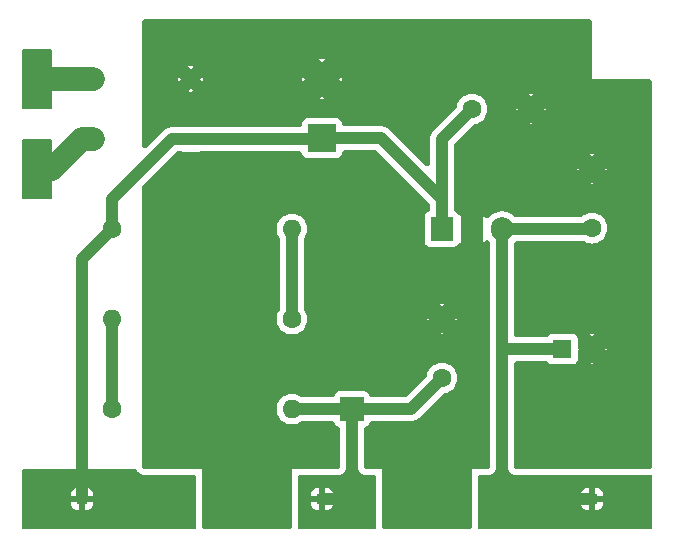
<source format=gbr>
%TF.GenerationSoftware,KiCad,Pcbnew,7.0.10*%
%TF.CreationDate,2024-02-08T23:12:59+01:00*%
%TF.ProjectId,dag-supply,6461672d-7375-4707-906c-792e6b696361,rev?*%
%TF.SameCoordinates,Original*%
%TF.FileFunction,Copper,L1,Top*%
%TF.FilePolarity,Positive*%
%FSLAX46Y46*%
G04 Gerber Fmt 4.6, Leading zero omitted, Abs format (unit mm)*
G04 Created by KiCad (PCBNEW 7.0.10) date 2024-02-08 23:12:59*
%MOMM*%
%LPD*%
G01*
G04 APERTURE LIST*
%TA.AperFunction,ComponentPad*%
%ADD10R,2.400000X2.400000*%
%TD*%
%TA.AperFunction,ComponentPad*%
%ADD11C,2.400000*%
%TD*%
%TA.AperFunction,ComponentPad*%
%ADD12C,1.600000*%
%TD*%
%TA.AperFunction,ComponentPad*%
%ADD13O,1.600000X1.600000*%
%TD*%
%TA.AperFunction,ComponentPad*%
%ADD14R,1.600000X1.600000*%
%TD*%
%TA.AperFunction,ComponentPad*%
%ADD15R,1.905000X2.000000*%
%TD*%
%TA.AperFunction,ComponentPad*%
%ADD16O,1.905000X2.000000*%
%TD*%
%TA.AperFunction,ComponentPad*%
%ADD17R,0.850000X0.850000*%
%TD*%
%TA.AperFunction,ComponentPad*%
%ADD18R,2.000000X2.000000*%
%TD*%
%TA.AperFunction,ComponentPad*%
%ADD19O,2.000000X2.000000*%
%TD*%
%TA.AperFunction,ComponentPad*%
%ADD20R,1.140000X1.140000*%
%TD*%
%TA.AperFunction,ComponentPad*%
%ADD21C,1.140000*%
%TD*%
%TA.AperFunction,ViaPad*%
%ADD22C,2.000000*%
%TD*%
%TA.AperFunction,Conductor*%
%ADD23C,1.000000*%
%TD*%
%TA.AperFunction,Conductor*%
%ADD24C,2.000000*%
%TD*%
G04 APERTURE END LIST*
D10*
%TO.P,C1,1*%
%TO.N,+12V*%
X73660000Y-53260000D03*
D11*
%TO.P,C1,2*%
%TO.N,GND*%
X73660000Y-48260000D03*
%TD*%
D12*
%TO.P,R3,1*%
%TO.N,Net-(R2-Pad2)*%
X55880000Y-76200000D03*
D13*
%TO.P,R3,2*%
%TO.N,+9V*%
X71120000Y-76200000D03*
%TD*%
D12*
%TO.P,C3,1*%
%TO.N,+5V*%
X96520000Y-60880000D03*
%TO.P,C3,2*%
%TO.N,GND*%
X96520000Y-55880000D03*
%TD*%
%TO.P,C5,1*%
%TO.N,+9V*%
X83820000Y-73580000D03*
%TO.P,C5,2*%
%TO.N,GND*%
X83820000Y-68580000D03*
%TD*%
D14*
%TO.P,C4,1*%
%TO.N,+5V*%
X94020000Y-71120000D03*
D12*
%TO.P,C4,2*%
%TO.N,GND*%
X96520000Y-71120000D03*
%TD*%
D15*
%TO.P,U1,1,VI*%
%TO.N,+12V*%
X83820000Y-60960000D03*
D16*
%TO.P,U1,2,GND*%
%TO.N,GND*%
X86360000Y-60960000D03*
%TO.P,U1,3,VO*%
%TO.N,+5V*%
X88900000Y-60960000D03*
%TD*%
D17*
%TO.P,J2,1,Pin_1*%
%TO.N,+5V*%
X96520000Y-83820000D03*
%TD*%
%TO.P,J1,1,Pin_1*%
%TO.N,+9V*%
X73660000Y-83820000D03*
%TD*%
D12*
%TO.P,C2,1*%
%TO.N,+12V*%
X86360000Y-50800000D03*
%TO.P,C2,2*%
%TO.N,GND*%
X91360000Y-50800000D03*
%TD*%
%TO.P,R2,1*%
%TO.N,Net-(R1-Pad2)*%
X71120000Y-68580000D03*
D13*
%TO.P,R2,2*%
%TO.N,Net-(R2-Pad2)*%
X55880000Y-68580000D03*
%TD*%
D18*
%TO.P,D1,1,K*%
%TO.N,+9V*%
X76200000Y-76200000D03*
D19*
%TO.P,D1,2,A*%
%TO.N,GND*%
X76200000Y-66040000D03*
%TD*%
D12*
%TO.P,R1,1*%
%TO.N,+12V*%
X55880000Y-60960000D03*
D13*
%TO.P,R1,2*%
%TO.N,Net-(R1-Pad2)*%
X71120000Y-60960000D03*
%TD*%
D17*
%TO.P,J3,1,Pin_1*%
%TO.N,+12V*%
X53340000Y-83820000D03*
%TD*%
D20*
%TO.P,BR1,1*%
%TO.N,+12V*%
X62545000Y-53350000D03*
D21*
%TO.P,BR1,2*%
%TO.N,GND*%
X62545000Y-48250000D03*
%TO.P,BR1,3*%
%TO.N,VAC*%
X54295000Y-48250000D03*
%TO.P,BR1,4*%
X54295000Y-53350000D03*
%TD*%
D22*
%TO.N,GND*%
X91440000Y-78740000D03*
X86360000Y-78740000D03*
%TD*%
D23*
%TO.N,+12V*%
X55880000Y-58420000D02*
X55880000Y-60960000D01*
X60950000Y-53350000D02*
X55880000Y-58420000D01*
X53340000Y-63500000D02*
X53340000Y-83820000D01*
X78660000Y-53260000D02*
X83820000Y-58420000D01*
X62545000Y-53350000D02*
X60950000Y-53350000D01*
X62545000Y-53350000D02*
X73570000Y-53350000D01*
X83820000Y-53340000D02*
X83820000Y-60960000D01*
X83820000Y-58420000D02*
X83820000Y-60960000D01*
X55880000Y-60960000D02*
X53340000Y-63500000D01*
X73570000Y-53350000D02*
X73660000Y-53260000D01*
X73660000Y-53260000D02*
X78660000Y-53260000D01*
X86360000Y-50800000D02*
X83820000Y-53340000D01*
D24*
%TO.N,VAC*%
X54295000Y-53350000D02*
X53330000Y-53350000D01*
X54295000Y-48250000D02*
X50810000Y-48250000D01*
X53330000Y-53350000D02*
X50800000Y-55880000D01*
D23*
X50810000Y-48250000D02*
X50800000Y-48260000D01*
%TO.N,Net-(R1-Pad2)*%
X71120000Y-68580000D02*
X71120000Y-60960000D01*
%TO.N,Net-(R2-Pad2)*%
X55880000Y-68580000D02*
X55880000Y-76200000D01*
%TO.N,+5V*%
X94020000Y-71120000D02*
X88900000Y-71120000D01*
X88900000Y-71120000D02*
X88900000Y-83820000D01*
X88900000Y-83820000D02*
X96520000Y-83820000D01*
X88900000Y-60960000D02*
X88900000Y-71120000D01*
X88900000Y-60960000D02*
X96440000Y-60960000D01*
X96440000Y-60960000D02*
X96520000Y-60880000D01*
%TO.N,+9V*%
X71120000Y-76200000D02*
X76200000Y-76200000D01*
X81200000Y-76200000D02*
X83820000Y-73580000D01*
X76200000Y-76200000D02*
X81200000Y-76200000D01*
X76200000Y-83820000D02*
X73660000Y-83820000D01*
X76200000Y-76200000D02*
X76200000Y-83820000D01*
%TD*%
%TA.AperFunction,Conductor*%
%TO.N,VAC*%
G36*
X50743039Y-45739685D02*
G01*
X50788794Y-45792489D01*
X50800000Y-45844000D01*
X50800000Y-50676000D01*
X50780315Y-50743039D01*
X50727511Y-50788794D01*
X50676000Y-50800000D01*
X48384000Y-50800000D01*
X48316961Y-50780315D01*
X48271206Y-50727511D01*
X48260000Y-50676000D01*
X48260000Y-45844000D01*
X48279685Y-45776961D01*
X48332489Y-45731206D01*
X48384000Y-45720000D01*
X50676000Y-45720000D01*
X50743039Y-45739685D01*
G37*
%TD.AperFunction*%
%TD*%
%TA.AperFunction,Conductor*%
%TO.N,+9V*%
G36*
X76727227Y-81299685D02*
G01*
X76772045Y-81350484D01*
X76776882Y-81360595D01*
X76799144Y-81407126D01*
X76853120Y-81487908D01*
X76885553Y-81531233D01*
X76992592Y-81627380D01*
X77052835Y-81667632D01*
X77073369Y-81681353D01*
X77073374Y-81681356D01*
X77119901Y-81708962D01*
X77119903Y-81708963D01*
X77119905Y-81708963D01*
X77119909Y-81708966D01*
X77255594Y-81756833D01*
X77350882Y-81775787D01*
X77449500Y-81785500D01*
X78110499Y-81785500D01*
X78177538Y-81805185D01*
X78223293Y-81857989D01*
X78234499Y-81909500D01*
X78234499Y-86110497D01*
X78244212Y-86209114D01*
X78244647Y-86211299D01*
X78244605Y-86211763D01*
X78244658Y-86212118D01*
X78244572Y-86212130D01*
X78238425Y-86280891D01*
X78195567Y-86336072D01*
X78129679Y-86359322D01*
X78123032Y-86359500D01*
X71736968Y-86359500D01*
X71669929Y-86339815D01*
X71624174Y-86287011D01*
X71614230Y-86217853D01*
X71615353Y-86211299D01*
X71615787Y-86209118D01*
X71625500Y-86110500D01*
X71625500Y-84070000D01*
X72735000Y-84070000D01*
X72735000Y-84292844D01*
X72741401Y-84352372D01*
X72741403Y-84352379D01*
X72791645Y-84487086D01*
X72791649Y-84487093D01*
X72877809Y-84602187D01*
X72877812Y-84602190D01*
X72992906Y-84688350D01*
X72992913Y-84688354D01*
X73127620Y-84738596D01*
X73127627Y-84738598D01*
X73187155Y-84744999D01*
X73187172Y-84745000D01*
X73410000Y-84745000D01*
X73410000Y-84070000D01*
X72735000Y-84070000D01*
X71625500Y-84070000D01*
X71625500Y-83820000D01*
X73405102Y-83820000D01*
X73424505Y-83917545D01*
X73479760Y-84000240D01*
X73562455Y-84055495D01*
X73635376Y-84070000D01*
X73684624Y-84070000D01*
X73910000Y-84070000D01*
X73910000Y-84745000D01*
X74132828Y-84745000D01*
X74132844Y-84744999D01*
X74192372Y-84738598D01*
X74192379Y-84738596D01*
X74327086Y-84688354D01*
X74327093Y-84688350D01*
X74442187Y-84602190D01*
X74442190Y-84602187D01*
X74528350Y-84487093D01*
X74528354Y-84487086D01*
X74578596Y-84352379D01*
X74578598Y-84352372D01*
X74584999Y-84292844D01*
X74585000Y-84292827D01*
X74585000Y-84070000D01*
X73910000Y-84070000D01*
X73684624Y-84070000D01*
X73757545Y-84055495D01*
X73840240Y-84000240D01*
X73895495Y-83917545D01*
X73914898Y-83820000D01*
X73895495Y-83722455D01*
X73840240Y-83639760D01*
X73757545Y-83584505D01*
X73684624Y-83570000D01*
X73635376Y-83570000D01*
X73562455Y-83584505D01*
X73479760Y-83639760D01*
X73424505Y-83722455D01*
X73405102Y-83820000D01*
X71625500Y-83820000D01*
X71625500Y-83570000D01*
X72735000Y-83570000D01*
X73410000Y-83570000D01*
X73410000Y-82895000D01*
X73910000Y-82895000D01*
X73910000Y-83570000D01*
X74585000Y-83570000D01*
X74585000Y-83347172D01*
X74584999Y-83347155D01*
X74578598Y-83287627D01*
X74578596Y-83287620D01*
X74528354Y-83152913D01*
X74528350Y-83152906D01*
X74442190Y-83037812D01*
X74442187Y-83037809D01*
X74327093Y-82951649D01*
X74327086Y-82951645D01*
X74192379Y-82901403D01*
X74192372Y-82901401D01*
X74132844Y-82895000D01*
X73910000Y-82895000D01*
X73410000Y-82895000D01*
X73187155Y-82895000D01*
X73127627Y-82901401D01*
X73127620Y-82901403D01*
X72992913Y-82951645D01*
X72992906Y-82951649D01*
X72877812Y-83037809D01*
X72877809Y-83037812D01*
X72791649Y-83152906D01*
X72791645Y-83152913D01*
X72741403Y-83287620D01*
X72741401Y-83287627D01*
X72735000Y-83347155D01*
X72735000Y-83570000D01*
X71625500Y-83570000D01*
X71625500Y-81909500D01*
X71645185Y-81842461D01*
X71697989Y-81796706D01*
X71749500Y-81785500D01*
X74950498Y-81785500D01*
X74950500Y-81785500D01*
X75049118Y-81775787D01*
X75144406Y-81756833D01*
X75196835Y-81743451D01*
X75326626Y-81681356D01*
X75407408Y-81627380D01*
X75450733Y-81594947D01*
X75546880Y-81487908D01*
X75600856Y-81407126D01*
X75628466Y-81360591D01*
X75628466Y-81360589D01*
X75631044Y-81355077D01*
X75632684Y-81355843D01*
X75668569Y-81306077D01*
X75733586Y-81280494D01*
X75744642Y-81280000D01*
X76660188Y-81280000D01*
X76727227Y-81299685D01*
G37*
%TD.AperFunction*%
%TD*%
%TA.AperFunction,Conductor*%
%TO.N,GND*%
G36*
X96366288Y-43199454D02*
G01*
X96447070Y-43253430D01*
X96501046Y-43334212D01*
X96520000Y-43429500D01*
X96520000Y-48260000D01*
X101350500Y-48260000D01*
X101445788Y-48278954D01*
X101526570Y-48332930D01*
X101580546Y-48413712D01*
X101599500Y-48509000D01*
X101599500Y-81031000D01*
X101580546Y-81126288D01*
X101526570Y-81207070D01*
X101445788Y-81261046D01*
X101350500Y-81280000D01*
X90149500Y-81280000D01*
X90054212Y-81261046D01*
X89973430Y-81207070D01*
X89919454Y-81126288D01*
X89900500Y-81031000D01*
X89900500Y-72369500D01*
X89919454Y-72274212D01*
X89973430Y-72193430D01*
X90054212Y-72139454D01*
X90149500Y-72120500D01*
X92620250Y-72120500D01*
X92715538Y-72139454D01*
X92796320Y-72193430D01*
X92819584Y-72220279D01*
X92860197Y-72274532D01*
X92862454Y-72277546D01*
X92977669Y-72363796D01*
X93112517Y-72414091D01*
X93172127Y-72420500D01*
X94867872Y-72420499D01*
X94927483Y-72414091D01*
X94935770Y-72411000D01*
X96360370Y-72411000D01*
X96519994Y-72424966D01*
X96520006Y-72424966D01*
X96679628Y-72411000D01*
X96519999Y-72251371D01*
X96360370Y-72410999D01*
X96360370Y-72411000D01*
X94935770Y-72411000D01*
X95062331Y-72363796D01*
X95177546Y-72277546D01*
X95263796Y-72162331D01*
X95314091Y-72027483D01*
X95320500Y-71967873D01*
X95320499Y-71291265D01*
X95339453Y-71195981D01*
X95388629Y-71122383D01*
X95388629Y-71120000D01*
X96115014Y-71120000D01*
X96134835Y-71245148D01*
X96192359Y-71358045D01*
X96281955Y-71447641D01*
X96394852Y-71505165D01*
X96488519Y-71520000D01*
X96551481Y-71520000D01*
X96645148Y-71505165D01*
X96758045Y-71447641D01*
X96847641Y-71358045D01*
X96905165Y-71245148D01*
X96924986Y-71120000D01*
X96924986Y-71119999D01*
X97651371Y-71119999D01*
X97811000Y-71279628D01*
X97824966Y-71120005D01*
X97824966Y-71119994D01*
X97811000Y-70960370D01*
X97810999Y-70960370D01*
X97651371Y-71119999D01*
X96924986Y-71119999D01*
X96905165Y-70994852D01*
X96847641Y-70881955D01*
X96758045Y-70792359D01*
X96645148Y-70734835D01*
X96551481Y-70720000D01*
X96488519Y-70720000D01*
X96394852Y-70734835D01*
X96281955Y-70792359D01*
X96192359Y-70881955D01*
X96134835Y-70994852D01*
X96115014Y-71120000D01*
X95388629Y-71120000D01*
X95388629Y-71117615D01*
X95339452Y-71044016D01*
X95320499Y-70948730D01*
X95320499Y-70272134D01*
X95320499Y-70272128D01*
X95314091Y-70212517D01*
X95263796Y-70077669D01*
X95177546Y-69962454D01*
X95062331Y-69876204D01*
X94935768Y-69828999D01*
X96360369Y-69828999D01*
X96520000Y-69988629D01*
X96520001Y-69988629D01*
X96679629Y-69828999D01*
X96519999Y-69815034D01*
X96360369Y-69828999D01*
X94935768Y-69828999D01*
X94927481Y-69825908D01*
X94867873Y-69819500D01*
X93172134Y-69819500D01*
X93172130Y-69819500D01*
X93172128Y-69819501D01*
X93159314Y-69820878D01*
X93112519Y-69825908D01*
X93112515Y-69825909D01*
X92977670Y-69876203D01*
X92862455Y-69962453D01*
X92862450Y-69962458D01*
X92819584Y-70019721D01*
X92747306Y-70084644D01*
X92655685Y-70116966D01*
X92620250Y-70119500D01*
X90149500Y-70119500D01*
X90054212Y-70100546D01*
X89973430Y-70046570D01*
X89919454Y-69965788D01*
X89900500Y-69870500D01*
X89900500Y-62209500D01*
X89919454Y-62114212D01*
X89973430Y-62033430D01*
X90054212Y-61979454D01*
X90149500Y-61960500D01*
X95717252Y-61960500D01*
X95812540Y-61979454D01*
X95860072Y-62005531D01*
X95867266Y-62010568D01*
X96073504Y-62106739D01*
X96293308Y-62165635D01*
X96312984Y-62167356D01*
X96519994Y-62185468D01*
X96520000Y-62185468D01*
X96520006Y-62185468D01*
X96699668Y-62169749D01*
X96746692Y-62165635D01*
X96966496Y-62106739D01*
X97172734Y-62010568D01*
X97359139Y-61880047D01*
X97520047Y-61719139D01*
X97650568Y-61532734D01*
X97746739Y-61326496D01*
X97805635Y-61106692D01*
X97815154Y-60997886D01*
X97825468Y-60880005D01*
X97825468Y-60879994D01*
X97805636Y-60653320D01*
X97805635Y-60653308D01*
X97746739Y-60433504D01*
X97650568Y-60227266D01*
X97650565Y-60227262D01*
X97650563Y-60227258D01*
X97520050Y-60040865D01*
X97520049Y-60040864D01*
X97520047Y-60040861D01*
X97359139Y-59879953D01*
X97359135Y-59879950D01*
X97359134Y-59879949D01*
X97172741Y-59749436D01*
X97172727Y-59749428D01*
X96966499Y-59653262D01*
X96966496Y-59653261D01*
X96746694Y-59594365D01*
X96746679Y-59594363D01*
X96520006Y-59574532D01*
X96519994Y-59574532D01*
X96293320Y-59594363D01*
X96293305Y-59594365D01*
X96073503Y-59653261D01*
X96073500Y-59653262D01*
X95867272Y-59749428D01*
X95867258Y-59749436D01*
X95680865Y-59879949D01*
X95680861Y-59879952D01*
X95680861Y-59879953D01*
X95674241Y-59886572D01*
X95593463Y-59940546D01*
X95498175Y-59959500D01*
X90106849Y-59959500D01*
X90011561Y-59940546D01*
X89930779Y-59886570D01*
X89923680Y-59879171D01*
X89887463Y-59839829D01*
X89887461Y-59839827D01*
X89887458Y-59839824D01*
X89697441Y-59691929D01*
X89485667Y-59577321D01*
X89351351Y-59531211D01*
X89257913Y-59499134D01*
X89257908Y-59499133D01*
X89020399Y-59459500D01*
X88779601Y-59459500D01*
X88542092Y-59499133D01*
X88542090Y-59499133D01*
X88314333Y-59577321D01*
X88314332Y-59577321D01*
X88102558Y-59691929D01*
X87912541Y-59839825D01*
X87912535Y-59839830D01*
X87812855Y-59948112D01*
X87734373Y-60005381D01*
X87639950Y-60028256D01*
X87543959Y-60013256D01*
X87461017Y-59962664D01*
X87446466Y-59948113D01*
X87347126Y-59840202D01*
X87347121Y-59840198D01*
X87312500Y-59813250D01*
X87312500Y-62106748D01*
X87347121Y-62079802D01*
X87347129Y-62079795D01*
X87446464Y-61971888D01*
X87524946Y-61914619D01*
X87619369Y-61891743D01*
X87715359Y-61906742D01*
X87798302Y-61957334D01*
X87812850Y-61971882D01*
X87833695Y-61994525D01*
X87884287Y-62077466D01*
X87899500Y-62163168D01*
X87899500Y-71088342D01*
X87899180Y-71100955D01*
X87895631Y-71170929D01*
X87895631Y-71170947D01*
X87896628Y-71177449D01*
X87899500Y-71215155D01*
X87899500Y-81031000D01*
X87880546Y-81126288D01*
X87826570Y-81207070D01*
X87745788Y-81261046D01*
X87650500Y-81280000D01*
X86360000Y-81280000D01*
X86360000Y-81280001D01*
X86360000Y-86110500D01*
X86341046Y-86205788D01*
X86287070Y-86286570D01*
X86206288Y-86340546D01*
X86111000Y-86359500D01*
X78989000Y-86359500D01*
X78893712Y-86340546D01*
X78812930Y-86286570D01*
X78758954Y-86205788D01*
X78740000Y-86110500D01*
X78740000Y-81280001D01*
X78740000Y-81280000D01*
X78739999Y-81280000D01*
X77449500Y-81280000D01*
X77354212Y-81261046D01*
X77273430Y-81207070D01*
X77219454Y-81126288D01*
X77200500Y-81031000D01*
X77200500Y-77906877D01*
X77219454Y-77811589D01*
X77273430Y-77730807D01*
X77354212Y-77676831D01*
X77362455Y-77673587D01*
X77442331Y-77643796D01*
X77557546Y-77557546D01*
X77643796Y-77442331D01*
X77673577Y-77362485D01*
X77673578Y-77362483D01*
X77724636Y-77279827D01*
X77803440Y-77223002D01*
X77897991Y-77200659D01*
X77906878Y-77200500D01*
X81184134Y-77200500D01*
X81190441Y-77200580D01*
X81276360Y-77202757D01*
X81276360Y-77202756D01*
X81276363Y-77202757D01*
X81329751Y-77193187D01*
X81348462Y-77190562D01*
X81402438Y-77185074D01*
X81423892Y-77178342D01*
X81454511Y-77170826D01*
X81476653Y-77166858D01*
X81527047Y-77146727D01*
X81544811Y-77140403D01*
X81596588Y-77124159D01*
X81616251Y-77113244D01*
X81644732Y-77099719D01*
X81647744Y-77098515D01*
X81665617Y-77091377D01*
X81710908Y-77061527D01*
X81727073Y-77051733D01*
X81774502Y-77025409D01*
X81791575Y-77010751D01*
X81816734Y-76991781D01*
X81835519Y-76979402D01*
X81873875Y-76941045D01*
X81887738Y-76928196D01*
X81928895Y-76892866D01*
X81942666Y-76875074D01*
X81963485Y-76851434D01*
X83875865Y-74939054D01*
X83956644Y-74885081D01*
X84030230Y-74867075D01*
X84046692Y-74865635D01*
X84266496Y-74806739D01*
X84472734Y-74710568D01*
X84659139Y-74580047D01*
X84820047Y-74419139D01*
X84950568Y-74232734D01*
X85046739Y-74026496D01*
X85105635Y-73806692D01*
X85125468Y-73580000D01*
X85125468Y-73579994D01*
X85105636Y-73353320D01*
X85105635Y-73353308D01*
X85046739Y-73133504D01*
X84950568Y-72927266D01*
X84950565Y-72927262D01*
X84950563Y-72927258D01*
X84820050Y-72740865D01*
X84820049Y-72740864D01*
X84820047Y-72740861D01*
X84659139Y-72579953D01*
X84659135Y-72579950D01*
X84659134Y-72579949D01*
X84472741Y-72449436D01*
X84472727Y-72449428D01*
X84266499Y-72353262D01*
X84266496Y-72353261D01*
X84046694Y-72294365D01*
X84046679Y-72294363D01*
X83820006Y-72274532D01*
X83819994Y-72274532D01*
X83593320Y-72294363D01*
X83593305Y-72294365D01*
X83373503Y-72353261D01*
X83373500Y-72353262D01*
X83167272Y-72449428D01*
X83167258Y-72449436D01*
X82980865Y-72579949D01*
X82819949Y-72740865D01*
X82689436Y-72927258D01*
X82689428Y-72927272D01*
X82593262Y-73133500D01*
X82593261Y-73133503D01*
X82534364Y-73353311D01*
X82534363Y-73353316D01*
X82532924Y-73369770D01*
X82505737Y-73463043D01*
X82460942Y-73524135D01*
X80858510Y-75126569D01*
X80777728Y-75180546D01*
X80682440Y-75199500D01*
X77906877Y-75199500D01*
X77811589Y-75180546D01*
X77730807Y-75126570D01*
X77676831Y-75045788D01*
X77673577Y-75037517D01*
X77643796Y-74957669D01*
X77557546Y-74842454D01*
X77442331Y-74756204D01*
X77362117Y-74726286D01*
X77307481Y-74705908D01*
X77247873Y-74699500D01*
X75152134Y-74699500D01*
X75152130Y-74699500D01*
X75152128Y-74699501D01*
X75139314Y-74700878D01*
X75092519Y-74705908D01*
X75092515Y-74705909D01*
X74957670Y-74756203D01*
X74890166Y-74806737D01*
X74842454Y-74842454D01*
X74788622Y-74914365D01*
X74756203Y-74957671D01*
X74726422Y-75037517D01*
X74675364Y-75120173D01*
X74596560Y-75176998D01*
X74502009Y-75199341D01*
X74493122Y-75199500D01*
X72037001Y-75199500D01*
X71941713Y-75180546D01*
X71894181Y-75154469D01*
X71772741Y-75069436D01*
X71772727Y-75069428D01*
X71566499Y-74973262D01*
X71566496Y-74973261D01*
X71346694Y-74914365D01*
X71346679Y-74914363D01*
X71120006Y-74894532D01*
X71119994Y-74894532D01*
X70893320Y-74914363D01*
X70893305Y-74914365D01*
X70673503Y-74973261D01*
X70673500Y-74973262D01*
X70467272Y-75069428D01*
X70467258Y-75069436D01*
X70280865Y-75199949D01*
X70119949Y-75360865D01*
X69989436Y-75547258D01*
X69989428Y-75547272D01*
X69893262Y-75753500D01*
X69893261Y-75753503D01*
X69834365Y-75973305D01*
X69834363Y-75973320D01*
X69814532Y-76199994D01*
X69814532Y-76200005D01*
X69834363Y-76426679D01*
X69834365Y-76426694D01*
X69893261Y-76646496D01*
X69893262Y-76646499D01*
X69989428Y-76852727D01*
X69989436Y-76852741D01*
X70119949Y-77039134D01*
X70119953Y-77039139D01*
X70280861Y-77200047D01*
X70280864Y-77200049D01*
X70280865Y-77200050D01*
X70467258Y-77330563D01*
X70467262Y-77330565D01*
X70467266Y-77330568D01*
X70673504Y-77426739D01*
X70893308Y-77485635D01*
X70912984Y-77487356D01*
X71119994Y-77505468D01*
X71120000Y-77505468D01*
X71120006Y-77505468D01*
X71299668Y-77489749D01*
X71346692Y-77485635D01*
X71566496Y-77426739D01*
X71772734Y-77330568D01*
X71805703Y-77307483D01*
X71894181Y-77245531D01*
X71983108Y-77206402D01*
X72037001Y-77200500D01*
X74493123Y-77200500D01*
X74588411Y-77219454D01*
X74669193Y-77273430D01*
X74723169Y-77354212D01*
X74726412Y-77362455D01*
X74741005Y-77401582D01*
X74756203Y-77442330D01*
X74756204Y-77442331D01*
X74842454Y-77557546D01*
X74957669Y-77643796D01*
X75037517Y-77673577D01*
X75120171Y-77724634D01*
X75176997Y-77803437D01*
X75199341Y-77897987D01*
X75199500Y-77906877D01*
X75199500Y-81031000D01*
X75180546Y-81126288D01*
X75126570Y-81207070D01*
X75045788Y-81261046D01*
X74950500Y-81280000D01*
X71120001Y-81280000D01*
X71120000Y-81280000D01*
X71120000Y-81280001D01*
X71120000Y-86110500D01*
X71101046Y-86205788D01*
X71047070Y-86286570D01*
X70966288Y-86340546D01*
X70871000Y-86359500D01*
X63749000Y-86359500D01*
X63653712Y-86340546D01*
X63572930Y-86286570D01*
X63518954Y-86205788D01*
X63500000Y-86110500D01*
X63500000Y-81280001D01*
X63500000Y-81280000D01*
X63499999Y-81280000D01*
X58669000Y-81280000D01*
X58573712Y-81261046D01*
X58492930Y-81207070D01*
X58438954Y-81126288D01*
X58420000Y-81031000D01*
X58420000Y-68580005D01*
X69814532Y-68580005D01*
X69834363Y-68806679D01*
X69834365Y-68806694D01*
X69893261Y-69026496D01*
X69893262Y-69026499D01*
X69989428Y-69232727D01*
X69989436Y-69232741D01*
X70119949Y-69419134D01*
X70119953Y-69419139D01*
X70280861Y-69580047D01*
X70280864Y-69580049D01*
X70280865Y-69580050D01*
X70467258Y-69710563D01*
X70467262Y-69710565D01*
X70467266Y-69710568D01*
X70673504Y-69806739D01*
X70893308Y-69865635D01*
X70912984Y-69867356D01*
X71119994Y-69885468D01*
X71120000Y-69885468D01*
X71120006Y-69885468D01*
X71285370Y-69871000D01*
X83660370Y-69871000D01*
X83819994Y-69884966D01*
X83820006Y-69884966D01*
X83979628Y-69871000D01*
X83819999Y-69711371D01*
X83660370Y-69870999D01*
X83660370Y-69871000D01*
X71285370Y-69871000D01*
X71299668Y-69869749D01*
X71346692Y-69865635D01*
X71566496Y-69806739D01*
X71772734Y-69710568D01*
X71959139Y-69580047D01*
X72120047Y-69419139D01*
X72250568Y-69232734D01*
X72346739Y-69026496D01*
X72405635Y-68806692D01*
X72425468Y-68580000D01*
X72425468Y-68579999D01*
X82515034Y-68579999D01*
X82528999Y-68739629D01*
X82688629Y-68580000D01*
X83415014Y-68580000D01*
X83434835Y-68705148D01*
X83492359Y-68818045D01*
X83581955Y-68907641D01*
X83694852Y-68965165D01*
X83788519Y-68980000D01*
X83851481Y-68980000D01*
X83945148Y-68965165D01*
X84058045Y-68907641D01*
X84147641Y-68818045D01*
X84205165Y-68705148D01*
X84224986Y-68580000D01*
X84224986Y-68579999D01*
X84951371Y-68579999D01*
X85111000Y-68739628D01*
X85124966Y-68580005D01*
X85124966Y-68579994D01*
X85111000Y-68420370D01*
X85110999Y-68420370D01*
X84951371Y-68579999D01*
X84224986Y-68579999D01*
X84205165Y-68454852D01*
X84147641Y-68341955D01*
X84058045Y-68252359D01*
X83945148Y-68194835D01*
X83851481Y-68180000D01*
X83788519Y-68180000D01*
X83694852Y-68194835D01*
X83581955Y-68252359D01*
X83492359Y-68341955D01*
X83434835Y-68454852D01*
X83415014Y-68580000D01*
X82688629Y-68580000D01*
X82688629Y-68579999D01*
X82528999Y-68420369D01*
X82515034Y-68579999D01*
X72425468Y-68579999D01*
X72425468Y-68579994D01*
X72405636Y-68353320D01*
X72405635Y-68353308D01*
X72346739Y-68133504D01*
X72250568Y-67927266D01*
X72165530Y-67805817D01*
X72126402Y-67716889D01*
X72120500Y-67662998D01*
X72120500Y-67288999D01*
X83660369Y-67288999D01*
X83820000Y-67448629D01*
X83820001Y-67448629D01*
X83979629Y-67288999D01*
X83819999Y-67275034D01*
X83660369Y-67288999D01*
X72120500Y-67288999D01*
X72120500Y-67040000D01*
X75081756Y-67040000D01*
X75180595Y-67147367D01*
X75199999Y-67162469D01*
X75200000Y-67162469D01*
X77200000Y-67162469D01*
X77219404Y-67147367D01*
X77318244Y-67040000D01*
X77200001Y-67040000D01*
X77200000Y-67040001D01*
X77200000Y-67162469D01*
X75200000Y-67162469D01*
X75200000Y-67040001D01*
X75199999Y-67040000D01*
X75081756Y-67040000D01*
X72120500Y-67040000D01*
X72120500Y-66111889D01*
X75700000Y-66111889D01*
X75740507Y-66249844D01*
X75818239Y-66370798D01*
X75926900Y-66464952D01*
X76057685Y-66524680D01*
X76164237Y-66540000D01*
X76235763Y-66540000D01*
X76342315Y-66524680D01*
X76473100Y-66464952D01*
X76581761Y-66370798D01*
X76659493Y-66249844D01*
X76700000Y-66111889D01*
X76700000Y-65968111D01*
X76659493Y-65830156D01*
X76581761Y-65709202D01*
X76473100Y-65615048D01*
X76342315Y-65555320D01*
X76235763Y-65540000D01*
X76164237Y-65540000D01*
X76057685Y-65555320D01*
X75926900Y-65615048D01*
X75818239Y-65709202D01*
X75740507Y-65830156D01*
X75700000Y-65968111D01*
X75700000Y-66111889D01*
X72120500Y-66111889D01*
X72120500Y-65040000D01*
X75081756Y-65040000D01*
X75199999Y-65040000D01*
X75200000Y-65039999D01*
X75200000Y-64917529D01*
X77200000Y-64917529D01*
X77200000Y-65039999D01*
X77200001Y-65040000D01*
X77318244Y-65040000D01*
X77318243Y-65039999D01*
X77219406Y-64932634D01*
X77219399Y-64932627D01*
X77200000Y-64917529D01*
X75200000Y-64917529D01*
X75199999Y-64917529D01*
X75180600Y-64932627D01*
X75180593Y-64932634D01*
X75081756Y-65039999D01*
X75081756Y-65040000D01*
X72120500Y-65040000D01*
X72120500Y-61877000D01*
X72139454Y-61781712D01*
X72165527Y-61734185D01*
X72250568Y-61612734D01*
X72346739Y-61406496D01*
X72405635Y-61186692D01*
X72416054Y-61067600D01*
X72425468Y-60960005D01*
X72425468Y-60959994D01*
X72405636Y-60733320D01*
X72405635Y-60733308D01*
X72346739Y-60513504D01*
X72250568Y-60307266D01*
X72250565Y-60307262D01*
X72250563Y-60307258D01*
X72120050Y-60120865D01*
X72120049Y-60120864D01*
X72120047Y-60120861D01*
X71959139Y-59959953D01*
X71959135Y-59959950D01*
X71959134Y-59959949D01*
X71772741Y-59829436D01*
X71772727Y-59829428D01*
X71566499Y-59733262D01*
X71566496Y-59733261D01*
X71346694Y-59674365D01*
X71346679Y-59674363D01*
X71120006Y-59654532D01*
X71119994Y-59654532D01*
X70893320Y-59674363D01*
X70893305Y-59674365D01*
X70673503Y-59733261D01*
X70673500Y-59733262D01*
X70467272Y-59829428D01*
X70467258Y-59829436D01*
X70280865Y-59959949D01*
X70119949Y-60120865D01*
X69989436Y-60307258D01*
X69989428Y-60307272D01*
X69893262Y-60513500D01*
X69893261Y-60513503D01*
X69834365Y-60733305D01*
X69834363Y-60733320D01*
X69814532Y-60959994D01*
X69814532Y-60960005D01*
X69834363Y-61186679D01*
X69834365Y-61186694D01*
X69893261Y-61406496D01*
X69893262Y-61406499D01*
X69989428Y-61612727D01*
X69989432Y-61612735D01*
X70023479Y-61661359D01*
X70074470Y-61734183D01*
X70113598Y-61823106D01*
X70119500Y-61877000D01*
X70119500Y-67662998D01*
X70100546Y-67758286D01*
X70074470Y-67805817D01*
X69989433Y-67927264D01*
X69989427Y-67927274D01*
X69893262Y-68133500D01*
X69893261Y-68133503D01*
X69834365Y-68353305D01*
X69834363Y-68353320D01*
X69814532Y-68579994D01*
X69814532Y-68580005D01*
X58420000Y-68580005D01*
X58420000Y-57398061D01*
X58438954Y-57302773D01*
X58492930Y-57221991D01*
X61291491Y-54423430D01*
X61372273Y-54369454D01*
X61467561Y-54350500D01*
X61652097Y-54350500D01*
X61739110Y-54366198D01*
X61867517Y-54414091D01*
X61927127Y-54420500D01*
X63162872Y-54420499D01*
X63222483Y-54414091D01*
X63350888Y-54366198D01*
X63437903Y-54350500D01*
X71718916Y-54350500D01*
X71814204Y-54369454D01*
X71894986Y-54423430D01*
X71948962Y-54504212D01*
X71961302Y-54552560D01*
X71962326Y-54552319D01*
X71965909Y-54567483D01*
X72016204Y-54702331D01*
X72102454Y-54817546D01*
X72217669Y-54903796D01*
X72352517Y-54954091D01*
X72412127Y-54960500D01*
X74907872Y-54960499D01*
X74967483Y-54954091D01*
X75102331Y-54903796D01*
X75217546Y-54817546D01*
X75303796Y-54702331D01*
X75354091Y-54567483D01*
X75360500Y-54507873D01*
X75360500Y-54507857D01*
X75360857Y-54501212D01*
X75362134Y-54501280D01*
X75379454Y-54414212D01*
X75433430Y-54333430D01*
X75514212Y-54279454D01*
X75609500Y-54260500D01*
X78142439Y-54260500D01*
X78237727Y-54279454D01*
X78318509Y-54333430D01*
X82746570Y-58761490D01*
X82800546Y-58842272D01*
X82819500Y-58937560D01*
X82819500Y-59270838D01*
X82800546Y-59366126D01*
X82746570Y-59446908D01*
X82665788Y-59500884D01*
X82657519Y-59504137D01*
X82625172Y-59516202D01*
X82509955Y-59602453D01*
X82509953Y-59602455D01*
X82423704Y-59717669D01*
X82373408Y-59852518D01*
X82367000Y-59912123D01*
X82367000Y-62007865D01*
X82367000Y-62007868D01*
X82367001Y-62007872D01*
X82367291Y-62010568D01*
X82373408Y-62067480D01*
X82373409Y-62067484D01*
X82423703Y-62202329D01*
X82423704Y-62202331D01*
X82509954Y-62317546D01*
X82625169Y-62403796D01*
X82760017Y-62454091D01*
X82819627Y-62460500D01*
X84820372Y-62460499D01*
X84879983Y-62454091D01*
X85014831Y-62403796D01*
X85130046Y-62317546D01*
X85182783Y-62247097D01*
X85255059Y-62182176D01*
X85272756Y-62172621D01*
X85407500Y-62106748D01*
X85407500Y-60997886D01*
X85806123Y-60997886D01*
X85836884Y-61145915D01*
X85906442Y-61280156D01*
X86009638Y-61390652D01*
X86138819Y-61469209D01*
X86284404Y-61510000D01*
X86397622Y-61510000D01*
X86509783Y-61494584D01*
X86648458Y-61434349D01*
X86765739Y-61338934D01*
X86852928Y-61215415D01*
X86903559Y-61072953D01*
X86913877Y-60922114D01*
X86883116Y-60774085D01*
X86813558Y-60639844D01*
X86710362Y-60529348D01*
X86581181Y-60450791D01*
X86435596Y-60410000D01*
X86322378Y-60410000D01*
X86210217Y-60425416D01*
X86071542Y-60485651D01*
X85954261Y-60581066D01*
X85867072Y-60704585D01*
X85816441Y-60847047D01*
X85806123Y-60997886D01*
X85407500Y-60997886D01*
X85407500Y-59813249D01*
X85272756Y-59747378D01*
X85195474Y-59688500D01*
X85182781Y-59672899D01*
X85169031Y-59654532D01*
X85130046Y-59602454D01*
X85014831Y-59516204D01*
X85014828Y-59516203D01*
X85014827Y-59516202D01*
X84982481Y-59504137D01*
X84899825Y-59453078D01*
X84843000Y-59374274D01*
X84820659Y-59279723D01*
X84820500Y-59270838D01*
X84820500Y-58435864D01*
X84820580Y-58429557D01*
X84822757Y-58343640D01*
X84821798Y-58331049D01*
X84822463Y-58330998D01*
X84820500Y-58308908D01*
X84820500Y-57171000D01*
X96360370Y-57171000D01*
X96519994Y-57184966D01*
X96520006Y-57184966D01*
X96679628Y-57171000D01*
X96519999Y-57011371D01*
X96360370Y-57170999D01*
X96360370Y-57171000D01*
X84820500Y-57171000D01*
X84820500Y-55879999D01*
X95215034Y-55879999D01*
X95228999Y-56039629D01*
X95388629Y-55880000D01*
X96115014Y-55880000D01*
X96134835Y-56005148D01*
X96192359Y-56118045D01*
X96281955Y-56207641D01*
X96394852Y-56265165D01*
X96488519Y-56280000D01*
X96551481Y-56280000D01*
X96645148Y-56265165D01*
X96758045Y-56207641D01*
X96847641Y-56118045D01*
X96905165Y-56005148D01*
X96924986Y-55880000D01*
X96924986Y-55879999D01*
X97651371Y-55879999D01*
X97811000Y-56039628D01*
X97824966Y-55880005D01*
X97824966Y-55879994D01*
X97811000Y-55720370D01*
X97810999Y-55720370D01*
X97651371Y-55879999D01*
X96924986Y-55879999D01*
X96905165Y-55754852D01*
X96847641Y-55641955D01*
X96758045Y-55552359D01*
X96645148Y-55494835D01*
X96551481Y-55480000D01*
X96488519Y-55480000D01*
X96394852Y-55494835D01*
X96281955Y-55552359D01*
X96192359Y-55641955D01*
X96134835Y-55754852D01*
X96115014Y-55880000D01*
X95388629Y-55880000D01*
X95388629Y-55879999D01*
X95228999Y-55720369D01*
X95215034Y-55879999D01*
X84820500Y-55879999D01*
X84820500Y-54588999D01*
X96360369Y-54588999D01*
X96520000Y-54748629D01*
X96520001Y-54748629D01*
X96679629Y-54588999D01*
X96519999Y-54575034D01*
X96360369Y-54588999D01*
X84820500Y-54588999D01*
X84820500Y-53857560D01*
X84839454Y-53762272D01*
X84893428Y-53681492D01*
X86415865Y-52159054D01*
X86496644Y-52105081D01*
X86554190Y-52091000D01*
X91200370Y-52091000D01*
X91359994Y-52104966D01*
X91360006Y-52104966D01*
X91519628Y-52091000D01*
X91359999Y-51931371D01*
X91200370Y-52090999D01*
X91200370Y-52091000D01*
X86554190Y-52091000D01*
X86570230Y-52087075D01*
X86586692Y-52085635D01*
X86806496Y-52026739D01*
X87012734Y-51930568D01*
X87199139Y-51800047D01*
X87360047Y-51639139D01*
X87490568Y-51452734D01*
X87586739Y-51246496D01*
X87645635Y-51026692D01*
X87665468Y-50800000D01*
X87665468Y-50799999D01*
X90055034Y-50799999D01*
X90068999Y-50959629D01*
X90228629Y-50800000D01*
X90955014Y-50800000D01*
X90974835Y-50925148D01*
X91032359Y-51038045D01*
X91121955Y-51127641D01*
X91234852Y-51185165D01*
X91328519Y-51200000D01*
X91391481Y-51200000D01*
X91485148Y-51185165D01*
X91598045Y-51127641D01*
X91687641Y-51038045D01*
X91745165Y-50925148D01*
X91764986Y-50800000D01*
X91764986Y-50799999D01*
X92491371Y-50799999D01*
X92651000Y-50959628D01*
X92664966Y-50800005D01*
X92664966Y-50799994D01*
X92651000Y-50640370D01*
X92650999Y-50640370D01*
X92491371Y-50799999D01*
X91764986Y-50799999D01*
X91745165Y-50674852D01*
X91687641Y-50561955D01*
X91598045Y-50472359D01*
X91485148Y-50414835D01*
X91391481Y-50400000D01*
X91328519Y-50400000D01*
X91234852Y-50414835D01*
X91121955Y-50472359D01*
X91032359Y-50561955D01*
X90974835Y-50674852D01*
X90955014Y-50800000D01*
X90228629Y-50800000D01*
X90228629Y-50799999D01*
X90068999Y-50640369D01*
X90055034Y-50799999D01*
X87665468Y-50799999D01*
X87665468Y-50799994D01*
X87645636Y-50573320D01*
X87645635Y-50573308D01*
X87586739Y-50353504D01*
X87490568Y-50147266D01*
X87490565Y-50147262D01*
X87490563Y-50147258D01*
X87360050Y-49960865D01*
X87360049Y-49960864D01*
X87360047Y-49960861D01*
X87199139Y-49799953D01*
X87199135Y-49799950D01*
X87199134Y-49799949D01*
X87012741Y-49669436D01*
X87012727Y-49669428D01*
X86806499Y-49573262D01*
X86806496Y-49573261D01*
X86586694Y-49514365D01*
X86586679Y-49514363D01*
X86525367Y-49508999D01*
X91200369Y-49508999D01*
X91360000Y-49668629D01*
X91360001Y-49668629D01*
X91519629Y-49508999D01*
X91359999Y-49495034D01*
X91200369Y-49508999D01*
X86525367Y-49508999D01*
X86360006Y-49494532D01*
X86359994Y-49494532D01*
X86133320Y-49514363D01*
X86133305Y-49514365D01*
X85913503Y-49573261D01*
X85913500Y-49573262D01*
X85707272Y-49669428D01*
X85707258Y-49669436D01*
X85520865Y-49799949D01*
X85359949Y-49960865D01*
X85229436Y-50147258D01*
X85229428Y-50147272D01*
X85133262Y-50353500D01*
X85133261Y-50353503D01*
X85074364Y-50573311D01*
X85074363Y-50573315D01*
X85072924Y-50589770D01*
X85045736Y-50683043D01*
X85000942Y-50744135D01*
X83123736Y-52621341D01*
X83119223Y-52625740D01*
X83056952Y-52684935D01*
X83056948Y-52684940D01*
X83025962Y-52729458D01*
X83014575Y-52744559D01*
X82980305Y-52786588D01*
X82980299Y-52786597D01*
X82969879Y-52806544D01*
X82953556Y-52833486D01*
X82940707Y-52851947D01*
X82940702Y-52851956D01*
X82919315Y-52901792D01*
X82911203Y-52918874D01*
X82886091Y-52966948D01*
X82879905Y-52988570D01*
X82869336Y-53018256D01*
X82860459Y-53038943D01*
X82860458Y-53038944D01*
X82849541Y-53092067D01*
X82845033Y-53110437D01*
X82830113Y-53162581D01*
X82830111Y-53162591D01*
X82828402Y-53185028D01*
X82824028Y-53216219D01*
X82819500Y-53238259D01*
X82819500Y-53292490D01*
X82818781Y-53311397D01*
X82814663Y-53365474D01*
X82814663Y-53365475D01*
X82817505Y-53387792D01*
X82819500Y-53419248D01*
X82819500Y-55403439D01*
X82800546Y-55498727D01*
X82746570Y-55579509D01*
X82665788Y-55633485D01*
X82570500Y-55652439D01*
X82475212Y-55633485D01*
X82394430Y-55579509D01*
X79378662Y-52563742D01*
X79374258Y-52559224D01*
X79315058Y-52496945D01*
X79270545Y-52465964D01*
X79255435Y-52454571D01*
X79213414Y-52420307D01*
X79213409Y-52420303D01*
X79213407Y-52420302D01*
X79213404Y-52420300D01*
X79213402Y-52420299D01*
X79193460Y-52409882D01*
X79166509Y-52393553D01*
X79148055Y-52380709D01*
X79148053Y-52380708D01*
X79148049Y-52380705D01*
X79137987Y-52376387D01*
X79098202Y-52359313D01*
X79081116Y-52351199D01*
X79077863Y-52349500D01*
X79033049Y-52326091D01*
X79033048Y-52326090D01*
X79033047Y-52326090D01*
X79011421Y-52319902D01*
X78981735Y-52309333D01*
X78961054Y-52300458D01*
X78907924Y-52289539D01*
X78889555Y-52285030D01*
X78837422Y-52270113D01*
X78814979Y-52268404D01*
X78783773Y-52264027D01*
X78761741Y-52259500D01*
X78707509Y-52259500D01*
X78688603Y-52258781D01*
X78663495Y-52256869D01*
X78634525Y-52254663D01*
X78634524Y-52254663D01*
X78612208Y-52257505D01*
X78580752Y-52259500D01*
X75609499Y-52259500D01*
X75514211Y-52240546D01*
X75433429Y-52186570D01*
X75379453Y-52105788D01*
X75362134Y-52018723D01*
X75360856Y-52018792D01*
X75360499Y-52012148D01*
X75360499Y-52012128D01*
X75354091Y-51952517D01*
X75303796Y-51817669D01*
X75217546Y-51702454D01*
X75102331Y-51616204D01*
X75022117Y-51586286D01*
X74967481Y-51565908D01*
X74907873Y-51559500D01*
X72412134Y-51559500D01*
X72412130Y-51559500D01*
X72412128Y-51559501D01*
X72399314Y-51560878D01*
X72352519Y-51565908D01*
X72352515Y-51565909D01*
X72217670Y-51616203D01*
X72102455Y-51702453D01*
X72102453Y-51702455D01*
X72016204Y-51817669D01*
X71965908Y-51952518D01*
X71959500Y-52012123D01*
X71959500Y-52100500D01*
X71940546Y-52195788D01*
X71886570Y-52276570D01*
X71805788Y-52330546D01*
X71710500Y-52349500D01*
X63437903Y-52349500D01*
X63350889Y-52333801D01*
X63232216Y-52289539D01*
X63222481Y-52285908D01*
X63162873Y-52279500D01*
X61927134Y-52279500D01*
X61927130Y-52279500D01*
X61927128Y-52279501D01*
X61914314Y-52280878D01*
X61867519Y-52285908D01*
X61867515Y-52285909D01*
X61739112Y-52333801D01*
X61652097Y-52349500D01*
X60965866Y-52349500D01*
X60959559Y-52349420D01*
X60873641Y-52347242D01*
X60873637Y-52347243D01*
X60820241Y-52356812D01*
X60801516Y-52359438D01*
X60747564Y-52364925D01*
X60747554Y-52364927D01*
X60726079Y-52371664D01*
X60695491Y-52379172D01*
X60673347Y-52383141D01*
X60622965Y-52403265D01*
X60605153Y-52409606D01*
X60553411Y-52425841D01*
X60533750Y-52436754D01*
X60505286Y-52450272D01*
X60484384Y-52458621D01*
X60484371Y-52458628D01*
X60439087Y-52488472D01*
X60422918Y-52498269D01*
X60375497Y-52524591D01*
X60375494Y-52524594D01*
X60358416Y-52539254D01*
X60333267Y-52558217D01*
X60314479Y-52570600D01*
X60314477Y-52570602D01*
X60276120Y-52608957D01*
X60262252Y-52621809D01*
X60221104Y-52657134D01*
X60207330Y-52674928D01*
X60186504Y-52698574D01*
X58845070Y-54040009D01*
X58764288Y-54093985D01*
X58669000Y-54112939D01*
X58573712Y-54093985D01*
X58492930Y-54040009D01*
X58438954Y-53959227D01*
X58420000Y-53863939D01*
X58420000Y-49939252D01*
X73394960Y-49939252D01*
X73532608Y-49960000D01*
X73787392Y-49960000D01*
X73925037Y-49939252D01*
X73659999Y-49674214D01*
X73394960Y-49939252D01*
X58420000Y-49939252D01*
X58420000Y-49295519D01*
X62305580Y-49295519D01*
X62305581Y-49295520D01*
X62335242Y-49304517D01*
X62335244Y-49304518D01*
X62545000Y-49325176D01*
X62754756Y-49304518D01*
X62754758Y-49304517D01*
X62784417Y-49295520D01*
X62544999Y-49056102D01*
X62305580Y-49295519D01*
X58420000Y-49295519D01*
X58420000Y-48250000D01*
X61469823Y-48250000D01*
X61490481Y-48459752D01*
X61490484Y-48459767D01*
X61499478Y-48489418D01*
X61738897Y-48250000D01*
X62145076Y-48250000D01*
X62164650Y-48373583D01*
X62221455Y-48485069D01*
X62309931Y-48573545D01*
X62421417Y-48630350D01*
X62513912Y-48645000D01*
X62576088Y-48645000D01*
X62668583Y-48630350D01*
X62780069Y-48573545D01*
X62868545Y-48485069D01*
X62925350Y-48373583D01*
X62944924Y-48250000D01*
X62944924Y-48249999D01*
X63351102Y-48249999D01*
X63590520Y-48489417D01*
X63599517Y-48459758D01*
X63599518Y-48459756D01*
X63619191Y-48260000D01*
X71955233Y-48260000D01*
X71974273Y-48514076D01*
X71974274Y-48514080D01*
X71977512Y-48528272D01*
X72245785Y-48260000D01*
X73054823Y-48260000D01*
X73075444Y-48416631D01*
X73135901Y-48562588D01*
X73232075Y-48687925D01*
X73357412Y-48784099D01*
X73503369Y-48844556D01*
X73620677Y-48860000D01*
X73699323Y-48860000D01*
X73816631Y-48844556D01*
X73962588Y-48784099D01*
X74087925Y-48687925D01*
X74184099Y-48562589D01*
X74244556Y-48416631D01*
X74265177Y-48260000D01*
X74265177Y-48259999D01*
X75074214Y-48259999D01*
X75342487Y-48528272D01*
X75345724Y-48514085D01*
X75364766Y-48259999D01*
X75345726Y-48005917D01*
X75342487Y-47991725D01*
X75074214Y-48259999D01*
X74265177Y-48259999D01*
X74244556Y-48103369D01*
X74184099Y-47957412D01*
X74087925Y-47832075D01*
X73962588Y-47735901D01*
X73816631Y-47675444D01*
X73699323Y-47660000D01*
X73620677Y-47660000D01*
X73503369Y-47675444D01*
X73357412Y-47735901D01*
X73232075Y-47832075D01*
X73135901Y-47957411D01*
X73075444Y-48103369D01*
X73054823Y-48260000D01*
X72245785Y-48260000D01*
X71977511Y-47991726D01*
X71974274Y-48005918D01*
X71955233Y-48260000D01*
X63619191Y-48260000D01*
X63620176Y-48250000D01*
X63599518Y-48040244D01*
X63599517Y-48040242D01*
X63590520Y-48010581D01*
X63590519Y-48010580D01*
X63351102Y-48249999D01*
X62944924Y-48249999D01*
X62925350Y-48126417D01*
X62868545Y-48014931D01*
X62780069Y-47926455D01*
X62668583Y-47869650D01*
X62576088Y-47855000D01*
X62513912Y-47855000D01*
X62421417Y-47869650D01*
X62309931Y-47926455D01*
X62221455Y-48014931D01*
X62164650Y-48126417D01*
X62145076Y-48250000D01*
X61738897Y-48250000D01*
X61499479Y-48010582D01*
X61490482Y-48040243D01*
X61469823Y-48250000D01*
X58420000Y-48250000D01*
X58420000Y-47204479D01*
X62305582Y-47204479D01*
X62545000Y-47443897D01*
X62784418Y-47204478D01*
X62754767Y-47195484D01*
X62754752Y-47195481D01*
X62545000Y-47174823D01*
X62335243Y-47195482D01*
X62305582Y-47204479D01*
X58420000Y-47204479D01*
X58420000Y-46580745D01*
X73394960Y-46580745D01*
X73660000Y-46845785D01*
X73925039Y-46580745D01*
X73787399Y-46560000D01*
X73532600Y-46560000D01*
X73394960Y-46580745D01*
X58420000Y-46580745D01*
X58420000Y-43429500D01*
X58438954Y-43334212D01*
X58492930Y-43253430D01*
X58573712Y-43199454D01*
X58669000Y-43180500D01*
X96271000Y-43180500D01*
X96366288Y-43199454D01*
G37*
%TD.AperFunction*%
%TD*%
%TA.AperFunction,Conductor*%
%TO.N,VAC*%
G36*
X50743039Y-53359685D02*
G01*
X50788794Y-53412489D01*
X50800000Y-53464000D01*
X50800000Y-58296000D01*
X50780315Y-58363039D01*
X50727511Y-58408794D01*
X50676000Y-58420000D01*
X48384000Y-58420000D01*
X48316961Y-58400315D01*
X48271206Y-58347511D01*
X48260000Y-58296000D01*
X48260000Y-53464000D01*
X48279685Y-53396961D01*
X48332489Y-53351206D01*
X48384000Y-53340000D01*
X50676000Y-53340000D01*
X50743039Y-53359685D01*
G37*
%TD.AperFunction*%
%TD*%
%TA.AperFunction,Conductor*%
%TO.N,+5V*%
G36*
X89427227Y-81299685D02*
G01*
X89472045Y-81350484D01*
X89476882Y-81360595D01*
X89499144Y-81407126D01*
X89553120Y-81487908D01*
X89585553Y-81531233D01*
X89692592Y-81627380D01*
X89752835Y-81667632D01*
X89773369Y-81681353D01*
X89773374Y-81681356D01*
X89819901Y-81708962D01*
X89819903Y-81708963D01*
X89819905Y-81708963D01*
X89819909Y-81708966D01*
X89955594Y-81756833D01*
X90050882Y-81775787D01*
X90149500Y-81785500D01*
X90149502Y-81785500D01*
X101350498Y-81785500D01*
X101350500Y-81785500D01*
X101449118Y-81775787D01*
X101451299Y-81775353D01*
X101451763Y-81775394D01*
X101452118Y-81775342D01*
X101452130Y-81775427D01*
X101520891Y-81781575D01*
X101576072Y-81824433D01*
X101599322Y-81890321D01*
X101599500Y-81896968D01*
X101599500Y-86235500D01*
X101579815Y-86302539D01*
X101527011Y-86348294D01*
X101475500Y-86359500D01*
X86976968Y-86359500D01*
X86909929Y-86339815D01*
X86864174Y-86287011D01*
X86854230Y-86217853D01*
X86855353Y-86211299D01*
X86855787Y-86209118D01*
X86865500Y-86110500D01*
X86865500Y-84070000D01*
X95595000Y-84070000D01*
X95595000Y-84292844D01*
X95601401Y-84352372D01*
X95601403Y-84352379D01*
X95651645Y-84487086D01*
X95651649Y-84487093D01*
X95737809Y-84602187D01*
X95737812Y-84602190D01*
X95852906Y-84688350D01*
X95852913Y-84688354D01*
X95987620Y-84738596D01*
X95987627Y-84738598D01*
X96047155Y-84744999D01*
X96047172Y-84745000D01*
X96270000Y-84745000D01*
X96270000Y-84070000D01*
X95595000Y-84070000D01*
X86865500Y-84070000D01*
X86865500Y-83820000D01*
X96265102Y-83820000D01*
X96284505Y-83917545D01*
X96339760Y-84000240D01*
X96422455Y-84055495D01*
X96495376Y-84070000D01*
X96544624Y-84070000D01*
X96770000Y-84070000D01*
X96770000Y-84745000D01*
X96992828Y-84745000D01*
X96992844Y-84744999D01*
X97052372Y-84738598D01*
X97052379Y-84738596D01*
X97187086Y-84688354D01*
X97187093Y-84688350D01*
X97302187Y-84602190D01*
X97302190Y-84602187D01*
X97388350Y-84487093D01*
X97388354Y-84487086D01*
X97438596Y-84352379D01*
X97438598Y-84352372D01*
X97444999Y-84292844D01*
X97445000Y-84292827D01*
X97445000Y-84070000D01*
X96770000Y-84070000D01*
X96544624Y-84070000D01*
X96617545Y-84055495D01*
X96700240Y-84000240D01*
X96755495Y-83917545D01*
X96774898Y-83820000D01*
X96755495Y-83722455D01*
X96700240Y-83639760D01*
X96617545Y-83584505D01*
X96544624Y-83570000D01*
X96495376Y-83570000D01*
X96422455Y-83584505D01*
X96339760Y-83639760D01*
X96284505Y-83722455D01*
X96265102Y-83820000D01*
X86865500Y-83820000D01*
X86865500Y-83570000D01*
X95595000Y-83570000D01*
X96270000Y-83570000D01*
X96270000Y-82895000D01*
X96770000Y-82895000D01*
X96770000Y-83570000D01*
X97445000Y-83570000D01*
X97445000Y-83347172D01*
X97444999Y-83347155D01*
X97438598Y-83287627D01*
X97438596Y-83287620D01*
X97388354Y-83152913D01*
X97388350Y-83152906D01*
X97302190Y-83037812D01*
X97302187Y-83037809D01*
X97187093Y-82951649D01*
X97187086Y-82951645D01*
X97052379Y-82901403D01*
X97052372Y-82901401D01*
X96992844Y-82895000D01*
X96770000Y-82895000D01*
X96270000Y-82895000D01*
X96047155Y-82895000D01*
X95987627Y-82901401D01*
X95987620Y-82901403D01*
X95852913Y-82951645D01*
X95852906Y-82951649D01*
X95737812Y-83037809D01*
X95737809Y-83037812D01*
X95651649Y-83152906D01*
X95651645Y-83152913D01*
X95601403Y-83287620D01*
X95601401Y-83287627D01*
X95595000Y-83347155D01*
X95595000Y-83570000D01*
X86865500Y-83570000D01*
X86865500Y-81909500D01*
X86885185Y-81842461D01*
X86937989Y-81796706D01*
X86989500Y-81785500D01*
X87650498Y-81785500D01*
X87650500Y-81785500D01*
X87749118Y-81775787D01*
X87844406Y-81756833D01*
X87896835Y-81743451D01*
X88026626Y-81681356D01*
X88107408Y-81627380D01*
X88150733Y-81594947D01*
X88246880Y-81487908D01*
X88300856Y-81407126D01*
X88328466Y-81360591D01*
X88328466Y-81360589D01*
X88331044Y-81355077D01*
X88332684Y-81355843D01*
X88368569Y-81306077D01*
X88433586Y-81280494D01*
X88444642Y-81280000D01*
X89360188Y-81280000D01*
X89427227Y-81299685D01*
G37*
%TD.AperFunction*%
%TD*%
%TA.AperFunction,Conductor*%
%TO.N,+12V*%
G36*
X57946727Y-81299685D02*
G01*
X57991545Y-81350484D01*
X58017148Y-81404000D01*
X58018644Y-81407126D01*
X58072620Y-81487908D01*
X58105053Y-81531233D01*
X58212092Y-81627380D01*
X58272335Y-81667632D01*
X58292869Y-81681353D01*
X58292874Y-81681356D01*
X58339401Y-81708962D01*
X58339403Y-81708963D01*
X58339405Y-81708963D01*
X58339409Y-81708966D01*
X58475094Y-81756833D01*
X58570382Y-81775787D01*
X58669000Y-81785500D01*
X62870499Y-81785500D01*
X62937538Y-81805185D01*
X62983293Y-81857989D01*
X62994499Y-81909500D01*
X62994499Y-86110497D01*
X63004212Y-86209114D01*
X63004647Y-86211299D01*
X63004605Y-86211763D01*
X63004658Y-86212118D01*
X63004572Y-86212130D01*
X62998425Y-86280891D01*
X62955567Y-86336072D01*
X62889679Y-86359322D01*
X62883032Y-86359500D01*
X48384000Y-86359500D01*
X48316961Y-86339815D01*
X48271206Y-86287011D01*
X48260000Y-86235500D01*
X48260000Y-84070000D01*
X52415000Y-84070000D01*
X52415000Y-84292844D01*
X52421401Y-84352372D01*
X52421403Y-84352379D01*
X52471645Y-84487086D01*
X52471649Y-84487093D01*
X52557809Y-84602187D01*
X52557812Y-84602190D01*
X52672906Y-84688350D01*
X52672913Y-84688354D01*
X52807620Y-84738596D01*
X52807627Y-84738598D01*
X52867155Y-84744999D01*
X52867172Y-84745000D01*
X53090000Y-84745000D01*
X53090000Y-84070000D01*
X52415000Y-84070000D01*
X48260000Y-84070000D01*
X48260000Y-83820000D01*
X53085102Y-83820000D01*
X53104505Y-83917545D01*
X53159760Y-84000240D01*
X53242455Y-84055495D01*
X53315376Y-84070000D01*
X53364624Y-84070000D01*
X53590000Y-84070000D01*
X53590000Y-84745000D01*
X53812828Y-84745000D01*
X53812844Y-84744999D01*
X53872372Y-84738598D01*
X53872379Y-84738596D01*
X54007086Y-84688354D01*
X54007093Y-84688350D01*
X54122187Y-84602190D01*
X54122190Y-84602187D01*
X54208350Y-84487093D01*
X54208354Y-84487086D01*
X54258596Y-84352379D01*
X54258598Y-84352372D01*
X54264999Y-84292844D01*
X54265000Y-84292827D01*
X54265000Y-84070000D01*
X53590000Y-84070000D01*
X53364624Y-84070000D01*
X53437545Y-84055495D01*
X53520240Y-84000240D01*
X53575495Y-83917545D01*
X53594898Y-83820000D01*
X53575495Y-83722455D01*
X53520240Y-83639760D01*
X53437545Y-83584505D01*
X53364624Y-83570000D01*
X53315376Y-83570000D01*
X53242455Y-83584505D01*
X53159760Y-83639760D01*
X53104505Y-83722455D01*
X53085102Y-83820000D01*
X48260000Y-83820000D01*
X48260000Y-83570000D01*
X52415000Y-83570000D01*
X53090000Y-83570000D01*
X53090000Y-82895000D01*
X53590000Y-82895000D01*
X53590000Y-83570000D01*
X54265000Y-83570000D01*
X54265000Y-83347172D01*
X54264999Y-83347155D01*
X54258598Y-83287627D01*
X54258596Y-83287620D01*
X54208354Y-83152913D01*
X54208350Y-83152906D01*
X54122190Y-83037812D01*
X54122187Y-83037809D01*
X54007093Y-82951649D01*
X54007086Y-82951645D01*
X53872379Y-82901403D01*
X53872372Y-82901401D01*
X53812844Y-82895000D01*
X53590000Y-82895000D01*
X53090000Y-82895000D01*
X52867155Y-82895000D01*
X52807627Y-82901401D01*
X52807620Y-82901403D01*
X52672913Y-82951645D01*
X52672906Y-82951649D01*
X52557812Y-83037809D01*
X52557809Y-83037812D01*
X52471649Y-83152906D01*
X52471645Y-83152913D01*
X52421403Y-83287620D01*
X52421401Y-83287627D01*
X52415000Y-83347155D01*
X52415000Y-83570000D01*
X48260000Y-83570000D01*
X48260000Y-81404000D01*
X48279685Y-81336961D01*
X48332489Y-81291206D01*
X48384000Y-81280000D01*
X57879688Y-81280000D01*
X57946727Y-81299685D01*
G37*
%TD.AperFunction*%
%TD*%
M02*

</source>
